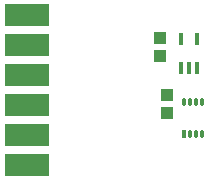
<source format=gtp>
G04 Layer_Color=7318015*
%FSLAX25Y25*%
%MOIN*%
G70*
G01*
G75*
%ADD10R,0.03937X0.04134*%
%ADD11R,0.01772X0.04331*%
%ADD12O,0.01181X0.02756*%
%ADD13R,0.01181X0.02756*%
%ADD14R,0.15000X0.07600*%
D10*
X159100Y461905D02*
D03*
Y456000D02*
D03*
X156700Y480853D02*
D03*
Y474947D02*
D03*
D11*
X163741Y471077D02*
D03*
X166300D02*
D03*
X168859D02*
D03*
Y480723D02*
D03*
X163741D02*
D03*
D12*
X170606Y459630D02*
D03*
X168637D02*
D03*
X166668D02*
D03*
X164700D02*
D03*
X170606Y449000D02*
D03*
X168637D02*
D03*
X166668D02*
D03*
D13*
X164700D02*
D03*
D14*
X112500Y458500D02*
D03*
Y468500D02*
D03*
Y478500D02*
D03*
Y488500D02*
D03*
Y448500D02*
D03*
Y438500D02*
D03*
M02*

</source>
